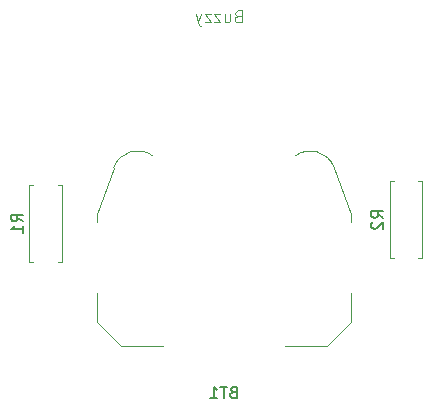
<source format=gbr>
%TF.GenerationSoftware,KiCad,Pcbnew,9.0.2*%
%TF.CreationDate,2025-07-01T17:26:35-07:00*%
%TF.ProjectId,Blinky,426c696e-6b79-42e6-9b69-6361645f7063,rev?*%
%TF.SameCoordinates,Original*%
%TF.FileFunction,Legend,Bot*%
%TF.FilePolarity,Positive*%
%FSLAX46Y46*%
G04 Gerber Fmt 4.6, Leading zero omitted, Abs format (unit mm)*
G04 Created by KiCad (PCBNEW 9.0.2) date 2025-07-01 17:26:35*
%MOMM*%
%LPD*%
G01*
G04 APERTURE LIST*
%ADD10C,0.100000*%
%ADD11C,0.150000*%
%ADD12C,0.120000*%
G04 APERTURE END LIST*
D10*
X136062782Y-68848609D02*
X135919925Y-68896228D01*
X135919925Y-68896228D02*
X135872306Y-68943847D01*
X135872306Y-68943847D02*
X135824687Y-69039085D01*
X135824687Y-69039085D02*
X135824687Y-69181942D01*
X135824687Y-69181942D02*
X135872306Y-69277180D01*
X135872306Y-69277180D02*
X135919925Y-69324800D01*
X135919925Y-69324800D02*
X136015163Y-69372419D01*
X136015163Y-69372419D02*
X136396115Y-69372419D01*
X136396115Y-69372419D02*
X136396115Y-68372419D01*
X136396115Y-68372419D02*
X136062782Y-68372419D01*
X136062782Y-68372419D02*
X135967544Y-68420038D01*
X135967544Y-68420038D02*
X135919925Y-68467657D01*
X135919925Y-68467657D02*
X135872306Y-68562895D01*
X135872306Y-68562895D02*
X135872306Y-68658133D01*
X135872306Y-68658133D02*
X135919925Y-68753371D01*
X135919925Y-68753371D02*
X135967544Y-68800990D01*
X135967544Y-68800990D02*
X136062782Y-68848609D01*
X136062782Y-68848609D02*
X136396115Y-68848609D01*
X134967544Y-68705752D02*
X134967544Y-69372419D01*
X135396115Y-68705752D02*
X135396115Y-69229561D01*
X135396115Y-69229561D02*
X135348496Y-69324800D01*
X135348496Y-69324800D02*
X135253258Y-69372419D01*
X135253258Y-69372419D02*
X135110401Y-69372419D01*
X135110401Y-69372419D02*
X135015163Y-69324800D01*
X135015163Y-69324800D02*
X134967544Y-69277180D01*
X134586591Y-68705752D02*
X134062782Y-68705752D01*
X134062782Y-68705752D02*
X134586591Y-69372419D01*
X134586591Y-69372419D02*
X134062782Y-69372419D01*
X133777067Y-68705752D02*
X133253258Y-68705752D01*
X133253258Y-68705752D02*
X133777067Y-69372419D01*
X133777067Y-69372419D02*
X133253258Y-69372419D01*
X132967543Y-68705752D02*
X132729448Y-69372419D01*
X132491353Y-68705752D02*
X132729448Y-69372419D01*
X132729448Y-69372419D02*
X132824686Y-69610514D01*
X132824686Y-69610514D02*
X132872305Y-69658133D01*
X132872305Y-69658133D02*
X132967543Y-69705752D01*
D11*
X117884819Y-86233333D02*
X117408628Y-85900000D01*
X117884819Y-85661905D02*
X116884819Y-85661905D01*
X116884819Y-85661905D02*
X116884819Y-86042857D01*
X116884819Y-86042857D02*
X116932438Y-86138095D01*
X116932438Y-86138095D02*
X116980057Y-86185714D01*
X116980057Y-86185714D02*
X117075295Y-86233333D01*
X117075295Y-86233333D02*
X117218152Y-86233333D01*
X117218152Y-86233333D02*
X117313390Y-86185714D01*
X117313390Y-86185714D02*
X117361009Y-86138095D01*
X117361009Y-86138095D02*
X117408628Y-86042857D01*
X117408628Y-86042857D02*
X117408628Y-85661905D01*
X117884819Y-87185714D02*
X117884819Y-86614286D01*
X117884819Y-86900000D02*
X116884819Y-86900000D01*
X116884819Y-86900000D02*
X117027676Y-86804762D01*
X117027676Y-86804762D02*
X117122914Y-86709524D01*
X117122914Y-86709524D02*
X117170533Y-86614286D01*
X135685714Y-100689084D02*
X135542857Y-100736703D01*
X135542857Y-100736703D02*
X135495238Y-100784322D01*
X135495238Y-100784322D02*
X135447619Y-100879560D01*
X135447619Y-100879560D02*
X135447619Y-101022417D01*
X135447619Y-101022417D02*
X135495238Y-101117655D01*
X135495238Y-101117655D02*
X135542857Y-101165275D01*
X135542857Y-101165275D02*
X135638095Y-101212894D01*
X135638095Y-101212894D02*
X136019047Y-101212894D01*
X136019047Y-101212894D02*
X136019047Y-100212894D01*
X136019047Y-100212894D02*
X135685714Y-100212894D01*
X135685714Y-100212894D02*
X135590476Y-100260513D01*
X135590476Y-100260513D02*
X135542857Y-100308132D01*
X135542857Y-100308132D02*
X135495238Y-100403370D01*
X135495238Y-100403370D02*
X135495238Y-100498608D01*
X135495238Y-100498608D02*
X135542857Y-100593846D01*
X135542857Y-100593846D02*
X135590476Y-100641465D01*
X135590476Y-100641465D02*
X135685714Y-100689084D01*
X135685714Y-100689084D02*
X136019047Y-100689084D01*
X135161904Y-100212894D02*
X134590476Y-100212894D01*
X134876190Y-101212894D02*
X134876190Y-100212894D01*
X133733333Y-101212894D02*
X134304761Y-101212894D01*
X134019047Y-101212894D02*
X134019047Y-100212894D01*
X134019047Y-100212894D02*
X134114285Y-100355751D01*
X134114285Y-100355751D02*
X134209523Y-100450989D01*
X134209523Y-100450989D02*
X134304761Y-100498608D01*
X148384819Y-85923333D02*
X147908628Y-85590000D01*
X148384819Y-85351905D02*
X147384819Y-85351905D01*
X147384819Y-85351905D02*
X147384819Y-85732857D01*
X147384819Y-85732857D02*
X147432438Y-85828095D01*
X147432438Y-85828095D02*
X147480057Y-85875714D01*
X147480057Y-85875714D02*
X147575295Y-85923333D01*
X147575295Y-85923333D02*
X147718152Y-85923333D01*
X147718152Y-85923333D02*
X147813390Y-85875714D01*
X147813390Y-85875714D02*
X147861009Y-85828095D01*
X147861009Y-85828095D02*
X147908628Y-85732857D01*
X147908628Y-85732857D02*
X147908628Y-85351905D01*
X147480057Y-86304286D02*
X147432438Y-86351905D01*
X147432438Y-86351905D02*
X147384819Y-86447143D01*
X147384819Y-86447143D02*
X147384819Y-86685238D01*
X147384819Y-86685238D02*
X147432438Y-86780476D01*
X147432438Y-86780476D02*
X147480057Y-86828095D01*
X147480057Y-86828095D02*
X147575295Y-86875714D01*
X147575295Y-86875714D02*
X147670533Y-86875714D01*
X147670533Y-86875714D02*
X147813390Y-86828095D01*
X147813390Y-86828095D02*
X148384819Y-86256667D01*
X148384819Y-86256667D02*
X148384819Y-86875714D01*
D12*
%TO.C,R1*%
X121170000Y-89670000D02*
X120840000Y-89670000D01*
X118430000Y-89670000D02*
X118760000Y-89670000D01*
X121170000Y-83130000D02*
X121170000Y-89670000D01*
X120840000Y-83130000D02*
X121170000Y-83130000D01*
X118760000Y-83130000D02*
X118430000Y-83130000D01*
X118430000Y-83130000D02*
X118430000Y-89670000D01*
%TO.C,BT1*%
X140900000Y-80708075D02*
G75*
G02*
X144225243Y-81669906I1310000J-1700000D01*
G01*
X125560000Y-81678075D02*
G75*
G02*
X128896646Y-80691545I2030000J-730001D01*
G01*
X145680000Y-85628075D02*
X144240000Y-81678075D01*
X145680000Y-86258075D02*
X145680000Y-85628075D01*
X145680000Y-94718075D02*
X145680000Y-92258075D01*
X143600000Y-96798075D02*
X145680000Y-94718075D01*
X143600000Y-96798075D02*
X140100000Y-96798075D01*
X129700000Y-96798075D02*
X126200000Y-96798075D01*
X126200000Y-96798075D02*
X124120000Y-94718075D01*
X124120000Y-85628075D02*
X125560000Y-81678075D01*
X124120000Y-86258075D02*
X124120000Y-85628075D01*
X124120000Y-94718075D02*
X124120000Y-92258075D01*
%TO.C,R2*%
X151670000Y-89360000D02*
X151340000Y-89360000D01*
X148930000Y-89360000D02*
X149260000Y-89360000D01*
X151670000Y-82820000D02*
X151670000Y-89360000D01*
X151340000Y-82820000D02*
X151670000Y-82820000D01*
X149260000Y-82820000D02*
X148930000Y-82820000D01*
X148930000Y-82820000D02*
X148930000Y-89360000D01*
%TD*%
M02*

</source>
